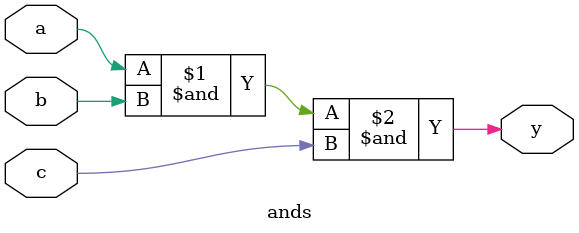
<source format=v>
module decoder (in,y);
    input [2:0] in;
    output [7:0] y;
        ands w0(y[0],in[2],in[1],in[0]);
        ands w1(y[1],~in[2],~in[1],in[0]);
        ands w2(y[2],~in[2],in[1],~in[0]);
        ands w3(y[3],~in[2],in[1],in[0]);
        ands w4(y[4],in[2],~in[1],~in[0]);
        ands w5(y[5],in[2],~in[1],in[0]);
        ands w6(y[6],in[2],in[1],~in[0]);
        ands w7(y[7],in[2],in[1],in[0]);    
endmodule

module ands(y,a,b,c);
    input a,b,c;
    output y;
    assign y= a & b & c;    
endmodule
</source>
